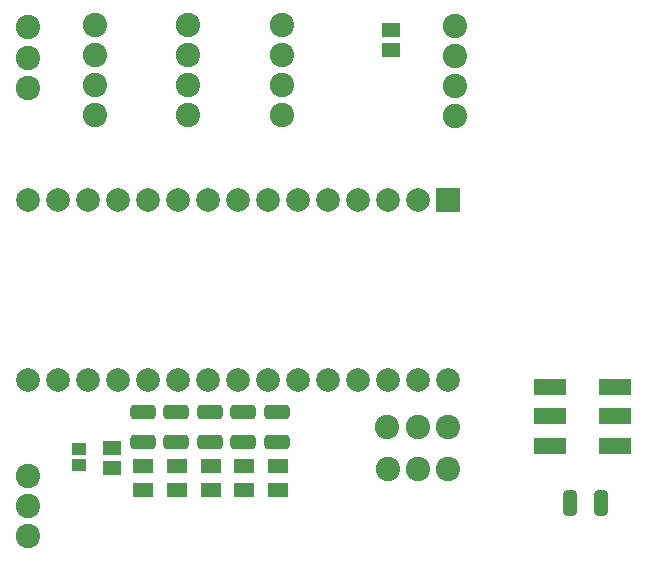
<source format=gts>
G04*
G04 #@! TF.GenerationSoftware,Altium Limited,Altium Designer,22.5.1 (42)*
G04*
G04 Layer_Color=8388736*
%FSLAX44Y44*%
%MOMM*%
G71*
G04*
G04 #@! TF.SameCoordinates,8C462A5C-675D-4BC4-B2B0-4FF287324B2F*
G04*
G04*
G04 #@! TF.FilePolarity,Negative*
G04*
G01*
G75*
G04:AMPARAMS|DCode=22|XSize=1.2032mm|YSize=2.2032mm|CornerRadius=0.3516mm|HoleSize=0mm|Usage=FLASHONLY|Rotation=270.000|XOffset=0mm|YOffset=0mm|HoleType=Round|Shape=RoundedRectangle|*
%AMROUNDEDRECTD22*
21,1,1.2032,1.5000,0,0,270.0*
21,1,0.5000,2.2032,0,0,270.0*
1,1,0.7032,-0.7500,-0.2500*
1,1,0.7032,-0.7500,0.2500*
1,1,0.7032,0.7500,0.2500*
1,1,0.7032,0.7500,-0.2500*
%
%ADD22ROUNDEDRECTD22*%
%ADD23R,1.6532X1.1532*%
%ADD24R,1.6032X1.2032*%
%ADD25R,1.2032X1.1032*%
%ADD26R,2.7032X1.4032*%
G04:AMPARAMS|DCode=27|XSize=1.2032mm|YSize=2.2032mm|CornerRadius=0.3516mm|HoleSize=0mm|Usage=FLASHONLY|Rotation=180.000|XOffset=0mm|YOffset=0mm|HoleType=Round|Shape=RoundedRectangle|*
%AMROUNDEDRECTD27*
21,1,1.2032,1.5000,0,0,180.0*
21,1,0.5000,2.2032,0,0,180.0*
1,1,0.7032,-0.2500,0.7500*
1,1,0.7032,0.2500,0.7500*
1,1,0.7032,0.2500,-0.7500*
1,1,0.7032,-0.2500,-0.7500*
%
%ADD27ROUNDEDRECTD27*%
%ADD28R,2.0032X2.0032*%
%ADD29C,2.0032*%
%ADD30C,2.0632*%
D22*
X896620Y528140D02*
D03*
X896605Y554020D02*
D03*
X868366Y528140D02*
D03*
X868351Y554020D02*
D03*
X840112Y528140D02*
D03*
X840098Y554020D02*
D03*
X811859Y528140D02*
D03*
X811844Y554020D02*
D03*
X783590D02*
D03*
X783605Y528140D02*
D03*
D23*
X897890Y487680D02*
D03*
Y507680D02*
D03*
X869315D02*
D03*
Y487680D02*
D03*
X840740Y507680D02*
D03*
Y487680D02*
D03*
X812165Y507680D02*
D03*
Y487680D02*
D03*
X783590Y507680D02*
D03*
Y487680D02*
D03*
D24*
X757000Y522850D02*
D03*
Y505850D02*
D03*
X993140Y859790D02*
D03*
Y876790D02*
D03*
D25*
X728980Y522120D02*
D03*
Y509120D02*
D03*
D26*
X1128200Y574910D02*
D03*
Y549910D02*
D03*
Y524910D02*
D03*
X1183200D02*
D03*
Y549910D02*
D03*
Y574910D02*
D03*
D27*
X1145240Y476250D02*
D03*
X1171120Y476265D02*
D03*
D28*
X1041400Y732790D02*
D03*
D29*
X1016000D02*
D03*
X990600D02*
D03*
X965200D02*
D03*
X939800D02*
D03*
X914400D02*
D03*
X889000D02*
D03*
X863600D02*
D03*
X838200D02*
D03*
X812800D02*
D03*
X787400D02*
D03*
X762000D02*
D03*
X736600D02*
D03*
X711200D02*
D03*
X685800D02*
D03*
Y580390D02*
D03*
X711200D02*
D03*
X736600D02*
D03*
X762000D02*
D03*
X787400D02*
D03*
X812800D02*
D03*
X838200D02*
D03*
X863600D02*
D03*
X889000D02*
D03*
X914400D02*
D03*
X939800D02*
D03*
X965200D02*
D03*
X990600D02*
D03*
X1016000D02*
D03*
X1041400D02*
D03*
D30*
X1047750Y803910D02*
D03*
Y880110D02*
D03*
Y854710D02*
D03*
Y829310D02*
D03*
X742950Y881330D02*
D03*
Y855930D02*
D03*
Y830530D02*
D03*
Y805130D02*
D03*
X821690Y881330D02*
D03*
Y855930D02*
D03*
Y830530D02*
D03*
Y805130D02*
D03*
X900910Y881330D02*
D03*
Y855930D02*
D03*
Y830530D02*
D03*
Y805130D02*
D03*
X685800Y828040D02*
D03*
Y853690D02*
D03*
Y879340D02*
D03*
X990350Y541020D02*
D03*
X1016000D02*
D03*
X1041650D02*
D03*
X990600Y505460D02*
D03*
X1016250D02*
D03*
X1041900D02*
D03*
X685800Y499610D02*
D03*
Y473960D02*
D03*
Y448310D02*
D03*
M02*

</source>
